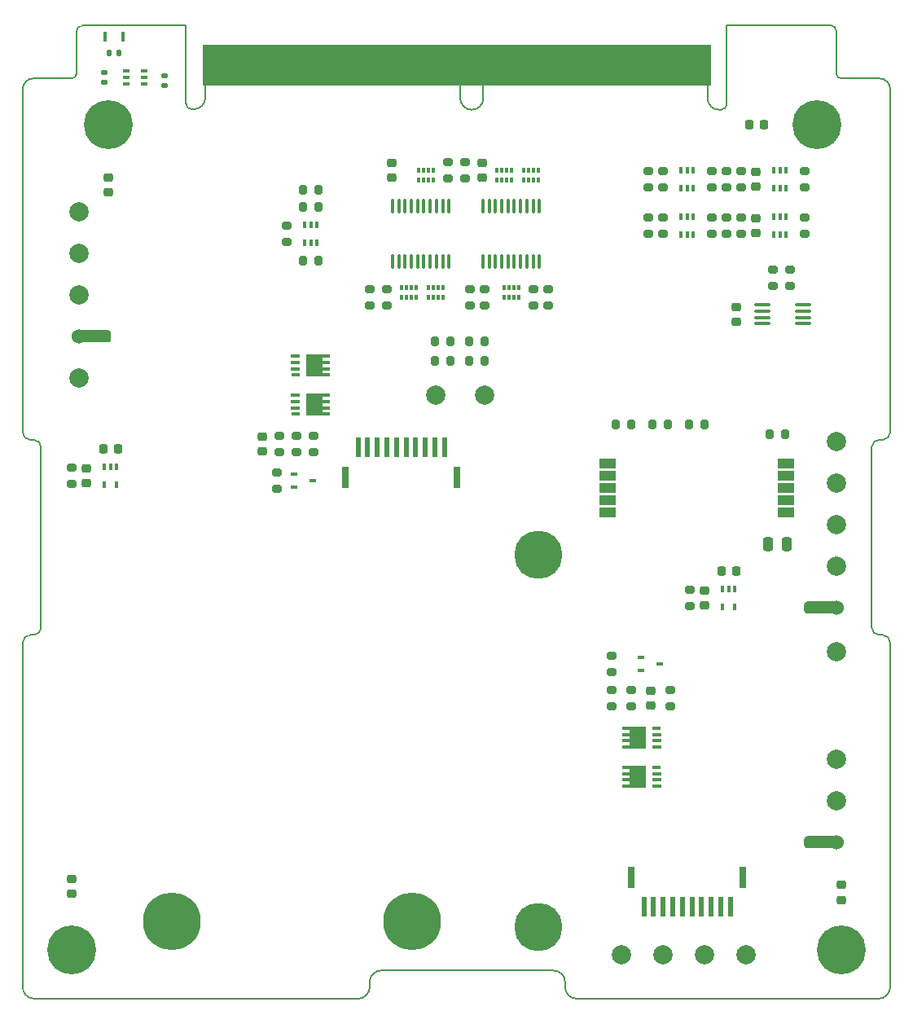
<source format=gts>
G04 #@! TF.GenerationSoftware,KiCad,Pcbnew,7.0.1*
G04 #@! TF.CreationDate,2023-06-22T14:27:13-04:00*
G04 #@! TF.ProjectId,payload-interface-board,7061796c-6f61-4642-9d69-6e7465726661,B*
G04 #@! TF.SameCoordinates,Original*
G04 #@! TF.FileFunction,Soldermask,Top*
G04 #@! TF.FilePolarity,Negative*
%FSLAX46Y46*%
G04 Gerber Fmt 4.6, Leading zero omitted, Abs format (unit mm)*
G04 Created by KiCad (PCBNEW 7.0.1) date 2023-06-22 14:27:13*
%MOMM*%
%LPD*%
G01*
G04 APERTURE LIST*
G04 Aperture macros list*
%AMRoundRect*
0 Rectangle with rounded corners*
0 $1 Rounding radius*
0 $2 $3 $4 $5 $6 $7 $8 $9 X,Y pos of 4 corners*
0 Add a 4 corners polygon primitive as box body*
4,1,4,$2,$3,$4,$5,$6,$7,$8,$9,$2,$3,0*
0 Add four circle primitives for the rounded corners*
1,1,$1+$1,$2,$3*
1,1,$1+$1,$4,$5*
1,1,$1+$1,$6,$7*
1,1,$1+$1,$8,$9*
0 Add four rect primitives between the rounded corners*
20,1,$1+$1,$2,$3,$4,$5,0*
20,1,$1+$1,$4,$5,$6,$7,0*
20,1,$1+$1,$6,$7,$8,$9,0*
20,1,$1+$1,$8,$9,$2,$3,0*%
%AMFreePoly0*
4,1,12,0.105238,2.379067,0.194454,2.319454,0.254067,2.230238,0.275000,2.125000,0.275000,-1.400000,-0.275000,-1.400000,-0.275000,2.125000,-0.254067,2.230238,-0.194454,2.319454,-0.105238,2.379067,0.000000,2.400000,0.105238,2.379067,0.105238,2.379067,$1*%
G04 Aperture macros list end*
%ADD10C,0.100000*%
%ADD11FreePoly0,0.000000*%
%ADD12C,2.000000*%
%ADD13R,0.400000X0.650000*%
%ADD14RoundRect,0.135000X-0.185000X0.135000X-0.185000X-0.135000X0.185000X-0.135000X0.185000X0.135000X0*%
%ADD15RoundRect,0.225000X-0.225000X-0.250000X0.225000X-0.250000X0.225000X0.250000X-0.225000X0.250000X0*%
%ADD16C,1.524000*%
%ADD17RoundRect,0.317500X-1.587500X-0.317500X1.587500X-0.317500X1.587500X0.317500X-1.587500X0.317500X0*%
%ADD18RoundRect,0.200000X-0.275000X0.200000X-0.275000X-0.200000X0.275000X-0.200000X0.275000X0.200000X0*%
%ADD19RoundRect,0.200000X0.275000X-0.200000X0.275000X0.200000X-0.275000X0.200000X-0.275000X-0.200000X0*%
%ADD20RoundRect,0.200000X-0.200000X-0.275000X0.200000X-0.275000X0.200000X0.275000X-0.200000X0.275000X0*%
%ADD21RoundRect,0.225000X-0.250000X0.225000X-0.250000X-0.225000X0.250000X-0.225000X0.250000X0.225000X0*%
%ADD22RoundRect,0.225000X0.250000X-0.225000X0.250000X0.225000X-0.250000X0.225000X-0.250000X-0.225000X0*%
%ADD23R,0.969500X0.340000*%
%ADD24RoundRect,0.200000X0.200000X0.275000X-0.200000X0.275000X-0.200000X-0.275000X0.200000X-0.275000X0*%
%ADD25R,0.400000X0.500000*%
%ADD26R,0.300000X0.500000*%
%ADD27R,0.370000X1.000000*%
%ADD28R,1.778000X1.016000*%
%ADD29RoundRect,0.100000X0.100000X-0.637500X0.100000X0.637500X-0.100000X0.637500X-0.100000X-0.637500X0*%
%ADD30R,0.700000X0.450000*%
%ADD31C,5.080000*%
%ADD32C,6.000000*%
%ADD33C,5.000000*%
%ADD34RoundRect,0.135000X-0.135000X-0.185000X0.135000X-0.185000X0.135000X0.185000X-0.135000X0.185000X0*%
%ADD35R,0.600000X2.075000*%
%ADD36R,0.800000X2.325000*%
%ADD37RoundRect,0.100000X-0.712500X-0.100000X0.712500X-0.100000X0.712500X0.100000X-0.712500X0.100000X0*%
%ADD38RoundRect,0.250000X0.250000X0.475000X-0.250000X0.475000X-0.250000X-0.475000X0.250000X-0.475000X0*%
%ADD39RoundRect,0.317500X1.587500X0.317500X-1.587500X0.317500X-1.587500X-0.317500X1.587500X-0.317500X0*%
%ADD40R,0.650000X0.400000*%
G04 #@! TA.AperFunction,Profile*
%ADD41C,0.200000*%
G04 #@! TD*
G04 APERTURE END LIST*
D10*
X111633839Y-70387167D02*
X58833839Y-70387167D01*
X58833839Y-66187167D01*
X111633839Y-66187167D01*
X111633839Y-70387167D01*
G36*
X111633839Y-70387167D02*
G01*
X58833839Y-70387167D01*
X58833839Y-66187167D01*
X111633839Y-66187167D01*
X111633839Y-70387167D01*
G37*
G36*
X106541000Y-139377000D02*
G01*
X105571500Y-139379000D01*
X105571500Y-139039000D01*
X106541000Y-139039000D01*
X106541000Y-139377000D01*
G37*
G36*
X106541000Y-138729000D02*
G01*
X105571500Y-138731000D01*
X105571500Y-138391000D01*
X106541000Y-138391000D01*
X106541000Y-138729000D01*
G37*
G36*
X106541000Y-138079000D02*
G01*
X105571500Y-138081000D01*
X105571500Y-137741000D01*
X106541000Y-137741000D01*
X106541000Y-138079000D01*
G37*
G36*
X104932000Y-139379000D02*
G01*
X102477000Y-139379000D01*
X102477000Y-139039000D01*
X103221500Y-139039000D01*
X103221500Y-138729000D01*
X102477000Y-138729000D01*
X102477000Y-138389000D01*
X103221500Y-138389000D01*
X103221500Y-138079000D01*
X102477000Y-138079000D01*
X102477000Y-137739000D01*
X103221500Y-137739000D01*
X103221500Y-137429000D01*
X102477000Y-137429000D01*
X102477000Y-137089000D01*
X104932000Y-137089000D01*
X104932000Y-139379000D01*
G37*
G36*
X106552000Y-143441000D02*
G01*
X105582500Y-143443000D01*
X105582500Y-143103000D01*
X106552000Y-143103000D01*
X106552000Y-143441000D01*
G37*
G36*
X106552000Y-142793000D02*
G01*
X105582500Y-142795000D01*
X105582500Y-142455000D01*
X106552000Y-142455000D01*
X106552000Y-142793000D01*
G37*
G36*
X106552000Y-142143000D02*
G01*
X105582500Y-142145000D01*
X105582500Y-141805000D01*
X106552000Y-141805000D01*
X106552000Y-142143000D01*
G37*
G36*
X104943000Y-143443000D02*
G01*
X102488000Y-143443000D01*
X102488000Y-143103000D01*
X103232500Y-143103000D01*
X103232500Y-142793000D01*
X102488000Y-142793000D01*
X102488000Y-142453000D01*
X103232500Y-142453000D01*
X103232500Y-142143000D01*
X102488000Y-142143000D01*
X102488000Y-141803000D01*
X103232500Y-141803000D01*
X103232500Y-141493000D01*
X102488000Y-141493000D01*
X102488000Y-141153000D01*
X104943000Y-141153000D01*
X104943000Y-143443000D01*
G37*
G36*
X68980500Y-102827001D02*
G01*
X68011000Y-102827001D01*
X68011000Y-102489001D01*
X68980500Y-102487001D01*
X68980500Y-102827001D01*
G37*
G36*
X68980500Y-103475001D02*
G01*
X68011000Y-103475001D01*
X68011000Y-103137001D01*
X68980500Y-103135001D01*
X68980500Y-103475001D01*
G37*
G36*
X68980500Y-104125001D02*
G01*
X68011000Y-104125001D01*
X68011000Y-103787001D01*
X68980500Y-103785001D01*
X68980500Y-104125001D01*
G37*
G36*
X72075000Y-102827001D02*
G01*
X71330500Y-102827001D01*
X71330500Y-103137001D01*
X72075000Y-103137001D01*
X72075000Y-103477001D01*
X71330500Y-103477001D01*
X71330500Y-103787001D01*
X72075000Y-103787001D01*
X72075000Y-104127001D01*
X71330500Y-104127001D01*
X71330500Y-104437001D01*
X72075000Y-104437001D01*
X72075000Y-104777001D01*
X69620000Y-104777001D01*
X69620000Y-102487001D01*
X72075000Y-102487001D01*
X72075000Y-102827001D01*
G37*
G36*
X68969499Y-98763000D02*
G01*
X67999999Y-98763000D01*
X67999999Y-98425000D01*
X68969499Y-98423000D01*
X68969499Y-98763000D01*
G37*
G36*
X68969499Y-99411000D02*
G01*
X67999999Y-99411000D01*
X67999999Y-99073000D01*
X68969499Y-99071000D01*
X68969499Y-99411000D01*
G37*
G36*
X68969499Y-100061000D02*
G01*
X67999999Y-100061000D01*
X67999999Y-99723000D01*
X68969499Y-99721000D01*
X68969499Y-100061000D01*
G37*
G36*
X72063999Y-98763000D02*
G01*
X71319499Y-98763000D01*
X71319499Y-99073000D01*
X72063999Y-99073000D01*
X72063999Y-99413000D01*
X71319499Y-99413000D01*
X71319499Y-99723000D01*
X72063999Y-99723000D01*
X72063999Y-100063000D01*
X71319499Y-100063000D01*
X71319499Y-100373000D01*
X72063999Y-100373000D01*
X72063999Y-100713000D01*
X69608999Y-100713000D01*
X69608999Y-98423000D01*
X72063999Y-98423000D01*
X72063999Y-98763000D01*
G37*
D11*
X60033839Y-68787167D03*
X60833839Y-68787167D03*
X61633839Y-68787167D03*
X62433839Y-68787167D03*
X63233839Y-68787167D03*
X64033839Y-68787167D03*
X64833839Y-68787167D03*
X65633839Y-68787167D03*
X66433839Y-68787167D03*
X67233839Y-68787167D03*
X68033839Y-68787167D03*
X68833839Y-68787167D03*
X69633839Y-68787167D03*
X70433839Y-68787167D03*
X71233839Y-68787167D03*
X72033839Y-68787167D03*
X72833839Y-68787167D03*
X73633839Y-68787167D03*
X74433839Y-68787167D03*
X75233839Y-68787167D03*
X76033839Y-68787167D03*
X76833839Y-68787167D03*
X77633839Y-68787167D03*
X78433839Y-68787167D03*
X79233839Y-68787167D03*
X80033839Y-68787167D03*
X80833839Y-68787167D03*
X81633839Y-68787167D03*
X82433839Y-68787167D03*
X83233839Y-68787167D03*
X84033839Y-68787167D03*
X84833839Y-68787167D03*
X88833839Y-68787167D03*
X89633839Y-68787167D03*
X90433839Y-68787167D03*
X91233839Y-68787167D03*
X92033839Y-68787167D03*
X92833839Y-68787167D03*
X93633839Y-68787167D03*
X94433839Y-68787167D03*
X95233839Y-68787167D03*
X96033839Y-68787167D03*
X96833839Y-68787167D03*
X97633839Y-68787167D03*
X98433839Y-68787167D03*
X99233839Y-68787167D03*
X100033839Y-68787167D03*
X100833839Y-68787167D03*
X101633839Y-68787167D03*
X102433839Y-68787167D03*
X103233839Y-68787167D03*
X104033839Y-68787167D03*
X104833839Y-68787167D03*
X105633839Y-68787167D03*
X106433839Y-68787167D03*
X107233839Y-68787167D03*
X108033839Y-68787167D03*
X108833839Y-68787167D03*
X109633839Y-68787167D03*
X110433839Y-68787167D03*
D12*
X124714000Y-144780000D03*
D13*
X69454000Y-86802000D03*
X70104000Y-86802000D03*
X70754000Y-86802000D03*
X70754000Y-84902000D03*
X70104000Y-84902000D03*
X69454000Y-84902000D03*
D14*
X54864000Y-69467000D03*
X54864000Y-70487000D03*
D12*
X45974000Y-83566000D03*
D14*
X48641000Y-69086000D03*
X48641000Y-70106000D03*
D15*
X48501000Y-108204000D03*
X50051000Y-108204000D03*
D12*
X45974000Y-92202000D03*
D16*
X124714000Y-124714000D03*
D17*
X123266200Y-124714000D03*
D18*
X88138000Y-91631000D03*
X88138000Y-93281000D03*
D19*
X101346000Y-131381000D03*
X101346000Y-129731000D03*
D20*
X105601000Y-105664000D03*
X107251000Y-105664000D03*
D12*
X124714000Y-120396000D03*
D18*
X76200000Y-91631000D03*
X76200000Y-93281000D03*
D19*
X114808001Y-85852000D03*
X114808001Y-84202000D03*
D18*
X119888000Y-89599000D03*
X119888000Y-91249000D03*
D12*
X110998000Y-160782000D03*
D13*
X114188000Y-122748000D03*
X113538000Y-122748000D03*
X112888000Y-122748000D03*
X112888000Y-124648000D03*
X114188000Y-124648000D03*
D12*
X83121000Y-102616000D03*
D19*
X105155999Y-85852000D03*
X105155999Y-84202000D03*
D21*
X125222000Y-153530000D03*
X125222000Y-155080000D03*
D22*
X46736000Y-111773000D03*
X46736000Y-110223000D03*
D18*
X106680000Y-84202000D03*
X106680000Y-85852000D03*
D13*
X118222000Y-85976999D03*
X118872000Y-85976999D03*
X119522000Y-85976999D03*
X119522000Y-84076999D03*
X118872000Y-84076999D03*
X118222000Y-84076999D03*
D21*
X116331999Y-84252000D03*
X116331999Y-85802000D03*
D18*
X66802000Y-106871000D03*
X66802000Y-108521000D03*
X118110000Y-89599000D03*
X118110000Y-91249000D03*
D20*
X69279000Y-81280000D03*
X70929000Y-81280000D03*
D12*
X88201000Y-102616000D03*
D19*
X105156000Y-81026001D03*
X105156000Y-79376001D03*
D22*
X110998000Y-124473000D03*
X110998000Y-122923000D03*
D23*
X106056250Y-137259000D03*
D24*
X70929000Y-83058000D03*
X69279000Y-83058000D03*
D25*
X82792000Y-79256000D03*
D26*
X82292000Y-79256000D03*
X81792000Y-79256000D03*
D25*
X81292000Y-79256000D03*
X81292000Y-80256000D03*
D26*
X81792000Y-80256000D03*
X82292000Y-80256000D03*
D25*
X82792000Y-80256000D03*
D23*
X106067250Y-141323000D03*
D18*
X113283999Y-79376000D03*
X113283999Y-81026000D03*
D27*
X48727000Y-65405000D03*
X50587000Y-65405000D03*
D21*
X65024000Y-106921000D03*
X65024000Y-108471000D03*
D12*
X124714000Y-116078000D03*
D28*
X119507000Y-114808000D03*
X119507000Y-113538000D03*
X119507000Y-112268000D03*
X119507000Y-110998000D03*
X119507000Y-109728000D03*
X100965000Y-109728000D03*
X100965000Y-110998000D03*
X100965000Y-112268000D03*
X100965000Y-113538000D03*
X100965000Y-114808000D03*
D12*
X45974000Y-100838000D03*
D13*
X118222000Y-81151000D03*
X118872000Y-81151000D03*
X119522000Y-81151000D03*
X119522000Y-79251000D03*
X118872000Y-79251000D03*
X118222000Y-79251000D03*
D12*
X115316000Y-160782000D03*
D18*
X106680000Y-79376000D03*
X106680000Y-81026000D03*
D29*
X78609000Y-88714500D03*
X79259000Y-88714500D03*
X79909000Y-88714500D03*
X80559000Y-88714500D03*
X81209000Y-88714500D03*
X81859000Y-88714500D03*
X82509000Y-88714500D03*
X83159000Y-88714500D03*
X83809000Y-88714500D03*
X84459000Y-88714500D03*
X84459000Y-82989500D03*
X83809000Y-82989500D03*
X83159000Y-82989500D03*
X82509000Y-82989500D03*
X81859000Y-82989500D03*
X81209000Y-82989500D03*
X80559000Y-82989500D03*
X79909000Y-82989500D03*
X79259000Y-82989500D03*
X78609000Y-82989500D03*
D24*
X84645000Y-99060000D03*
X82995000Y-99060000D03*
D12*
X102362000Y-160782000D03*
D18*
X45212000Y-110173000D03*
X45212000Y-111823000D03*
D30*
X68342000Y-110856000D03*
X68342000Y-112156000D03*
X70342000Y-111506000D03*
D31*
X49022000Y-74549000D03*
D22*
X105410000Y-134887000D03*
X105410000Y-133337000D03*
D15*
X112763000Y-120904000D03*
X114313000Y-120904000D03*
D22*
X87884000Y-80023000D03*
X87884000Y-78473000D03*
D31*
X125222000Y-160274000D03*
D12*
X45974000Y-87884000D03*
D32*
X55672000Y-157307000D03*
X80672000Y-157307000D03*
D33*
X93772000Y-119207000D03*
X93772000Y-157907000D03*
D34*
X49147000Y-67056000D03*
X50167000Y-67056000D03*
D35*
X104720000Y-155828500D03*
X105720000Y-155828500D03*
X106720000Y-155828500D03*
X107720000Y-155828500D03*
X108720000Y-155828500D03*
X109720000Y-155828500D03*
X110720000Y-155828500D03*
X111720000Y-155828500D03*
X112720000Y-155828500D03*
X113720000Y-155828500D03*
D36*
X103420000Y-152728500D03*
X115020000Y-152728500D03*
D30*
X104410000Y-129906000D03*
X104410000Y-131206000D03*
X106410000Y-130556000D03*
D18*
X111760001Y-84202000D03*
X111760001Y-85852000D03*
D37*
X117013500Y-93259000D03*
X117013500Y-93909000D03*
X117013500Y-94559000D03*
X117013500Y-95209000D03*
X121238500Y-95209000D03*
X121238500Y-94559000D03*
X121238500Y-93909000D03*
X121238500Y-93259000D03*
D16*
X124714000Y-149098000D03*
D17*
X123266200Y-149098000D03*
D21*
X45212000Y-152895000D03*
X45212000Y-154445000D03*
X114300000Y-93459000D03*
X114300000Y-95009000D03*
D24*
X70929000Y-88646000D03*
X69279000Y-88646000D03*
D19*
X103378000Y-134937000D03*
X103378000Y-133287000D03*
D20*
X109411000Y-105664000D03*
X111061000Y-105664000D03*
D18*
X77978000Y-91631000D03*
X77978000Y-93281000D03*
D12*
X124714000Y-111760000D03*
D18*
X111760001Y-79375999D03*
X111760001Y-81025999D03*
D35*
X84002000Y-108044500D03*
X83002000Y-108044500D03*
X82002000Y-108044500D03*
X81002000Y-108044500D03*
X80002000Y-108044500D03*
X79002000Y-108044500D03*
X78002000Y-108044500D03*
X77002000Y-108044500D03*
X76002000Y-108044500D03*
X75002000Y-108044500D03*
D36*
X85302000Y-111144500D03*
X73702000Y-111144500D03*
D25*
X82308000Y-92448000D03*
D26*
X82808000Y-92448000D03*
X83308000Y-92448000D03*
D25*
X83808000Y-92448000D03*
X83808000Y-91448000D03*
D26*
X83308000Y-91448000D03*
X82808000Y-91448000D03*
D25*
X82308000Y-91448000D03*
X91682000Y-91448000D03*
D26*
X91182000Y-91448000D03*
X90682000Y-91448000D03*
D25*
X90182000Y-91448000D03*
X90182000Y-92448000D03*
D26*
X90682000Y-92448000D03*
X91182000Y-92448000D03*
D25*
X91682000Y-92448000D03*
D12*
X124714000Y-107442000D03*
D20*
X86551000Y-97028000D03*
X88201000Y-97028000D03*
D18*
X70358000Y-106871000D03*
X70358000Y-108521000D03*
D31*
X45212000Y-160274000D03*
D18*
X84328000Y-78423000D03*
X84328000Y-80073000D03*
D13*
X49926000Y-110048000D03*
X49276000Y-110048000D03*
X48626000Y-110048000D03*
X48626000Y-111948000D03*
X49926000Y-111948000D03*
D18*
X86614000Y-91631000D03*
X86614000Y-93281000D03*
D13*
X108569999Y-81151000D03*
X109219999Y-81151000D03*
X109869999Y-81151000D03*
X109869999Y-79251000D03*
X109219999Y-79251000D03*
X108569999Y-79251000D03*
D12*
X124714000Y-140462000D03*
X106680000Y-160782000D03*
D24*
X84645000Y-97028000D03*
X82995000Y-97028000D03*
D38*
X119568000Y-118110000D03*
X117668000Y-118110000D03*
D18*
X68580000Y-106871000D03*
X68580000Y-108521000D03*
X86106000Y-78423000D03*
X86106000Y-80073000D03*
D25*
X92214000Y-80248000D03*
D26*
X92714000Y-80248000D03*
X93214000Y-80248000D03*
D25*
X93714000Y-80248000D03*
X93714000Y-79248000D03*
D26*
X93214000Y-79248000D03*
X92714000Y-79248000D03*
D25*
X92214000Y-79248000D03*
D18*
X93218000Y-91631000D03*
X93218000Y-93281000D03*
D20*
X117793000Y-106680000D03*
X119443000Y-106680000D03*
D19*
X67564000Y-86677000D03*
X67564000Y-85027000D03*
D21*
X116332000Y-79426000D03*
X116332000Y-80976000D03*
D19*
X66548000Y-112331000D03*
X66548000Y-110681000D03*
D23*
X68495750Y-104607001D03*
D25*
X79514000Y-92448000D03*
D26*
X80014000Y-92448000D03*
X80514000Y-92448000D03*
D25*
X81014000Y-92448000D03*
X81014000Y-91448000D03*
D26*
X80514000Y-91448000D03*
X80014000Y-91448000D03*
D25*
X79514000Y-91448000D03*
D18*
X109474000Y-122873000D03*
X109474000Y-124523000D03*
D23*
X68484749Y-100543000D03*
D19*
X101346000Y-134937000D03*
X101346000Y-133287000D03*
D15*
X115671000Y-74536000D03*
X117221000Y-74536000D03*
D18*
X121412000Y-79376000D03*
X121412000Y-81026000D03*
X94742000Y-91631000D03*
X94742000Y-93281000D03*
D19*
X114808000Y-81026000D03*
X114808000Y-79376000D03*
D29*
X88007000Y-88714500D03*
X88657000Y-88714500D03*
X89307000Y-88714500D03*
X89957000Y-88714500D03*
X90607000Y-88714500D03*
X91257000Y-88714500D03*
X91907000Y-88714500D03*
X92557000Y-88714500D03*
X93207000Y-88714500D03*
X93857000Y-88714500D03*
X93857000Y-82989500D03*
X93207000Y-82989500D03*
X92557000Y-82989500D03*
X91907000Y-82989500D03*
X91257000Y-82989500D03*
X90607000Y-82989500D03*
X89957000Y-82989500D03*
X89307000Y-82989500D03*
X88657000Y-82989500D03*
X88007000Y-82989500D03*
D19*
X107442000Y-134937000D03*
X107442000Y-133287000D03*
D20*
X101791000Y-105664000D03*
X103441000Y-105664000D03*
D16*
X45974000Y-96520000D03*
D39*
X47421800Y-96520000D03*
D18*
X121412000Y-84202000D03*
X121412000Y-85852000D03*
X113284000Y-84202000D03*
X113284000Y-85852000D03*
D40*
X50876000Y-68946000D03*
X50876000Y-69596000D03*
X50876000Y-70246000D03*
X52776000Y-70246000D03*
X52776000Y-69596000D03*
X52776000Y-68946000D03*
D12*
X124714000Y-129286000D03*
D25*
X89420000Y-80256000D03*
D26*
X89920000Y-80256000D03*
X90420000Y-80256000D03*
D25*
X90920000Y-80256000D03*
X90920000Y-79256000D03*
D26*
X90420000Y-79256000D03*
X89920000Y-79256000D03*
D25*
X89420000Y-79256000D03*
D31*
X122682000Y-74549000D03*
D13*
X108570000Y-85977000D03*
X109220000Y-85977000D03*
X109870000Y-85977000D03*
X109870000Y-84077000D03*
X109220000Y-84077000D03*
X108570000Y-84077000D03*
D22*
X49022000Y-81547000D03*
X49022000Y-79997000D03*
X78486000Y-80023000D03*
X78486000Y-78473000D03*
D20*
X86551000Y-99060000D03*
X88201000Y-99060000D03*
D41*
X40150002Y-106498198D02*
G75*
G03*
X40912002Y-107260198I761998J-2D01*
G01*
X113333777Y-66287181D02*
X113333777Y-64205481D01*
X42055002Y-126792798D02*
X42055002Y-108022198D01*
X75024202Y-165350002D02*
G75*
G03*
X76218002Y-164156198I-2J1193802D01*
G01*
X51653814Y-64224163D02*
X56353749Y-64224163D01*
X40912002Y-107260198D02*
X41293002Y-107260198D01*
X129177002Y-107260198D02*
X129558002Y-107260198D01*
X129126202Y-165350002D02*
G75*
G03*
X130320002Y-164156198I-2J1193802D01*
G01*
X41250447Y-69707497D02*
X45250447Y-69707497D01*
X57133767Y-72337133D02*
G75*
G03*
X57708839Y-72912133I574933J-67D01*
G01*
X96538002Y-163622798D02*
G75*
G03*
X95344202Y-162428998I-1193802J-2D01*
G01*
X88033820Y-66387153D02*
X111333822Y-66387153D01*
X113333777Y-64205481D02*
X124165094Y-64205481D01*
X45250447Y-69707503D02*
G75*
G03*
X45733603Y-69224341I-47J483203D01*
G01*
X129558002Y-107260202D02*
G75*
G03*
X130320002Y-106498198I-2J762002D01*
G01*
X112533820Y-72962161D02*
X112758813Y-72962161D01*
X111333839Y-71762171D02*
G75*
G03*
X112533819Y-72962161I1199961J-29D01*
G01*
X129177002Y-107260202D02*
G75*
G03*
X128415002Y-108022198I-2J-761998D01*
G01*
X125217127Y-69707497D02*
X129217124Y-69707497D01*
X76218002Y-164156198D02*
X76218002Y-163622798D01*
X40150002Y-106498198D02*
X40150002Y-70807942D01*
X45733603Y-69224341D02*
X45733786Y-64799170D01*
X57933832Y-72912120D02*
G75*
G03*
X59133820Y-71712142I-32J1200020D01*
G01*
X130320000Y-70810375D02*
G75*
G03*
X129217124Y-69707500I-1102900J-25D01*
G01*
X40912002Y-127554802D02*
G75*
G03*
X40150002Y-128316798I-2J-761998D01*
G01*
X40912002Y-127554798D02*
X41293002Y-127554798D01*
X130320002Y-164156198D02*
X130320002Y-128316798D01*
X124733785Y-69224155D02*
X124733785Y-64774172D01*
X128415002Y-126792798D02*
X128415002Y-108022198D01*
X124733803Y-69224155D02*
G75*
G03*
X125217127Y-69707497I483297J-45D01*
G01*
X57133803Y-66237151D02*
X57133803Y-64224170D01*
X40149993Y-164079998D02*
X40150002Y-128316798D01*
X85633830Y-71762154D02*
X85633830Y-66387163D01*
X96538002Y-164156198D02*
G75*
G03*
X97731802Y-165349998I1193798J-2D01*
G01*
X97731802Y-165349998D02*
X129126202Y-165349998D01*
X129177002Y-127554798D02*
X129558002Y-127554798D01*
X59133820Y-66387150D02*
X85633820Y-66387153D01*
X112758813Y-72962113D02*
G75*
G03*
X113333813Y-72387164I87J574913D01*
G01*
X77411802Y-162428998D02*
X95344202Y-162428998D01*
X41293002Y-127554802D02*
G75*
G03*
X42055002Y-126792798I-2J762002D01*
G01*
X128415002Y-126792798D02*
G75*
G03*
X129177002Y-127554798I761998J-2D01*
G01*
X88033810Y-71762154D02*
X88033810Y-66387163D01*
X113333813Y-72387161D02*
X113333813Y-66287163D01*
X57133839Y-72337131D02*
X57133839Y-66237133D01*
X57708839Y-72912131D02*
X57933832Y-72912131D01*
X46308798Y-64224158D02*
X51653807Y-64224158D01*
X41250447Y-69707502D02*
G75*
G03*
X40150002Y-70807942I-47J-1100398D01*
G01*
X77411802Y-162429002D02*
G75*
G03*
X76218002Y-163622798I-2J-1193798D01*
G01*
X46308798Y-64224186D02*
G75*
G03*
X45733786Y-64799170I2J-575014D01*
G01*
X42055002Y-108022198D02*
G75*
G03*
X41293002Y-107260198I-762002J-2D01*
G01*
X41267602Y-165349995D02*
X75024202Y-165349998D01*
X40150003Y-164079998D02*
G75*
G03*
X41267602Y-165349998I1193797J-76202D01*
G01*
X85633790Y-71762154D02*
G75*
G03*
X88033810Y-71762170I1200010J-46D01*
G01*
X56353754Y-64224170D02*
X57133803Y-64224170D01*
X130320002Y-128316798D02*
G75*
G03*
X129558002Y-127554798I-762002J-2D01*
G01*
X59133820Y-71712123D02*
X59133820Y-66387153D01*
X111333832Y-71762154D02*
X111333832Y-66387163D01*
X96538002Y-164156198D02*
X96538002Y-163622798D01*
X124733719Y-64774172D02*
G75*
G03*
X124165094Y-64205481I-568619J72D01*
G01*
X130320002Y-106498198D02*
X130320002Y-70810375D01*
M02*

</source>
